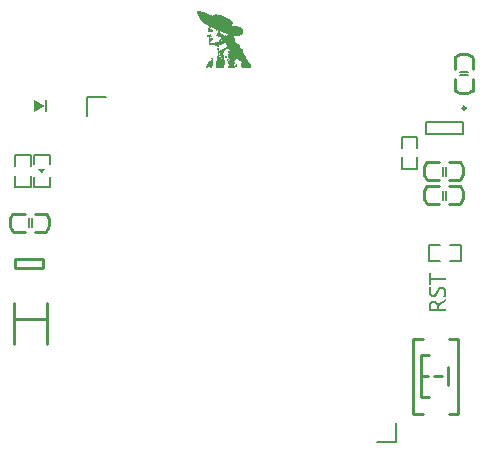
<source format=gto>
G04*
G04 #@! TF.GenerationSoftware,Altium Limited,Altium Designer,21.2.1 (34)*
G04*
G04 Layer_Color=65535*
%FSLAX25Y25*%
%MOIN*%
G70*
G04*
G04 #@! TF.SameCoordinates,1518C732-DF2A-4DFD-9B87-9E54171A1C2B*
G04*
G04*
G04 #@! TF.FilePolarity,Positive*
G04*
G01*
G75*
%ADD10C,0.01000*%
%ADD11C,0.00984*%
%ADD12C,0.00500*%
%ADD13C,0.00787*%
%ADD14C,0.00800*%
%ADD15C,0.00100*%
%ADD16R,0.00787X0.03937*%
G36*
X12074Y92739D02*
X13255Y94708D01*
X10893D01*
X12074Y92739D01*
D02*
G37*
G36*
X9419Y113534D02*
Y117471D01*
X12962Y115502D01*
X9419Y113534D01*
D02*
G37*
G36*
X141722Y58293D02*
X146782D01*
Y57543D01*
X141722D01*
Y55906D01*
X141065D01*
Y59939D01*
X141722D01*
Y58293D01*
D02*
G37*
G36*
X145440Y55360D02*
X145505Y55351D01*
X145579Y55342D01*
X145746Y55305D01*
X145940Y55240D01*
X146032Y55194D01*
X146125Y55138D01*
X146217Y55073D01*
X146310Y55009D01*
X146393Y54916D01*
X146476Y54824D01*
Y54814D01*
X146495Y54796D01*
X146513Y54768D01*
X146541Y54722D01*
X146569Y54667D01*
X146606Y54602D01*
X146634Y54519D01*
X146670Y54426D01*
X146707Y54324D01*
X146745Y54213D01*
X146782Y54093D01*
X146809Y53954D01*
X146837Y53806D01*
X146855Y53649D01*
X146865Y53483D01*
X146874Y53307D01*
Y53242D01*
X146865Y53177D01*
Y53075D01*
X146855Y52965D01*
X146837Y52826D01*
X146809Y52678D01*
X146782Y52511D01*
Y52493D01*
X146763Y52437D01*
X146745Y52354D01*
X146717Y52262D01*
X146689Y52150D01*
X146652Y52039D01*
X146606Y51938D01*
X146550Y51854D01*
X145709D01*
X145718Y51864D01*
X145746Y51901D01*
X145792Y51956D01*
X145838Y52039D01*
X145903Y52141D01*
X145967Y52252D01*
X146032Y52391D01*
X146088Y52548D01*
Y52557D01*
X146097Y52567D01*
X146106Y52622D01*
X146134Y52706D01*
X146162Y52816D01*
X146189Y52946D01*
X146208Y53094D01*
X146227Y53242D01*
X146236Y53390D01*
Y53446D01*
X146227Y53501D01*
Y53575D01*
X146208Y53667D01*
X146189Y53769D01*
X146162Y53880D01*
X146125Y53991D01*
X146079Y54102D01*
X146023Y54213D01*
X145958Y54315D01*
X145875Y54408D01*
X145773Y54482D01*
X145662Y54537D01*
X145524Y54583D01*
X145376Y54593D01*
X145366D01*
X145338D01*
X145292Y54583D01*
X145228Y54574D01*
X145098Y54537D01*
X145024Y54509D01*
X144950Y54463D01*
X144941Y54454D01*
X144913Y54435D01*
X144876Y54408D01*
X144830Y54370D01*
X144783Y54315D01*
X144719Y54260D01*
X144663Y54185D01*
X144608Y54102D01*
X144598Y54093D01*
X144580Y54056D01*
X144543Y54001D01*
X144497Y53917D01*
X144432Y53797D01*
X144358Y53658D01*
X144265Y53473D01*
X144210Y53372D01*
X144155Y53260D01*
X144145Y53251D01*
X144136Y53224D01*
X144108Y53177D01*
X144080Y53122D01*
X144044Y53057D01*
X143997Y52974D01*
X143895Y52798D01*
X143766Y52604D01*
X143637Y52419D01*
X143562Y52336D01*
X143498Y52252D01*
X143424Y52178D01*
X143359Y52123D01*
X143341Y52113D01*
X143294Y52086D01*
X143220Y52039D01*
X143119Y51993D01*
X142989Y51938D01*
X142850Y51901D01*
X142693Y51864D01*
X142517Y51854D01*
X142508D01*
X142490D01*
X142453D01*
X142397Y51864D01*
X142341Y51873D01*
X142268Y51882D01*
X142110Y51929D01*
X141925Y51993D01*
X141833Y52039D01*
X141740Y52095D01*
X141648Y52160D01*
X141555Y52243D01*
X141472Y52326D01*
X141389Y52428D01*
X141379Y52437D01*
X141370Y52456D01*
X141352Y52483D01*
X141324Y52530D01*
X141287Y52585D01*
X141250Y52659D01*
X141213Y52733D01*
X141176Y52826D01*
X141139Y52928D01*
X141102Y53029D01*
X141065Y53149D01*
X141028Y53279D01*
X140982Y53557D01*
X140963Y53714D01*
Y54010D01*
X140972Y54084D01*
Y54158D01*
X140991Y54352D01*
X141019Y54555D01*
X141056Y54759D01*
X141102Y54962D01*
X141139Y55046D01*
X141176Y55129D01*
X141981D01*
Y55120D01*
X141962Y55101D01*
X141944Y55073D01*
X141925Y55036D01*
X141897Y54981D01*
X141870Y54926D01*
X141833Y54852D01*
X141796Y54768D01*
X141768Y54685D01*
X141731Y54583D01*
X141675Y54361D01*
X141639Y54102D01*
X141620Y53816D01*
Y53732D01*
X141629Y53631D01*
X141648Y53510D01*
X141675Y53372D01*
X141712Y53233D01*
X141768Y53085D01*
X141842Y52955D01*
X141851Y52946D01*
X141879Y52909D01*
X141935Y52854D01*
X141999Y52798D01*
X142092Y52733D01*
X142193Y52687D01*
X142314Y52650D01*
X142453Y52631D01*
X142471D01*
X142508D01*
X142573Y52641D01*
X142656Y52659D01*
X142748Y52687D01*
X142841Y52724D01*
X142933Y52780D01*
X143026Y52854D01*
X143035Y52863D01*
X143063Y52900D01*
X143109Y52965D01*
X143174Y53066D01*
X143220Y53131D01*
X143257Y53196D01*
X143313Y53279D01*
X143359Y53372D01*
X143414Y53473D01*
X143479Y53593D01*
X143544Y53714D01*
X143609Y53852D01*
Y53862D01*
X143627Y53890D01*
X143646Y53936D01*
X143683Y53991D01*
X143720Y54056D01*
X143757Y54139D01*
X143859Y54315D01*
X143988Y54509D01*
X144127Y54703D01*
X144275Y54879D01*
X144349Y54962D01*
X144423Y55027D01*
X144441Y55046D01*
X144497Y55083D01*
X144571Y55138D01*
X144682Y55203D01*
X144820Y55259D01*
X144968Y55314D01*
X145135Y55351D01*
X145320Y55370D01*
X145329D01*
X145357D01*
X145394D01*
X145440Y55360D01*
D02*
G37*
G36*
X146782Y50485D02*
X145200Y49533D01*
X145191D01*
X145181Y49523D01*
X145126Y49487D01*
X145043Y49431D01*
X144941Y49357D01*
X144830Y49274D01*
X144719Y49191D01*
X144626Y49098D01*
X144552Y49005D01*
X144543Y48996D01*
X144525Y48968D01*
X144497Y48913D01*
X144460Y48848D01*
X144432Y48765D01*
X144404Y48673D01*
X144386Y48571D01*
X144377Y48450D01*
Y47914D01*
X146782D01*
Y47174D01*
X141065D01*
Y49005D01*
X141074Y49061D01*
Y49126D01*
X141084Y49209D01*
X141111Y49394D01*
X141167Y49607D01*
X141241Y49819D01*
X141333Y50032D01*
X141398Y50134D01*
X141472Y50226D01*
Y50236D01*
X141490Y50245D01*
X141546Y50301D01*
X141639Y50375D01*
X141759Y50467D01*
X141916Y50550D01*
X142110Y50624D01*
X142332Y50680D01*
X142462Y50689D01*
X142591Y50698D01*
X142601D01*
X142647D01*
X142702Y50689D01*
X142786Y50680D01*
X142878Y50661D01*
X142989Y50634D01*
X143109Y50596D01*
X143229Y50541D01*
X143359Y50476D01*
X143489Y50393D01*
X143618Y50291D01*
X143747Y50162D01*
X143859Y50023D01*
X143970Y49847D01*
X144062Y49653D01*
X144136Y49431D01*
X144155D01*
Y49440D01*
X144173Y49468D01*
X144201Y49514D01*
X144228Y49570D01*
X144321Y49709D01*
X144441Y49838D01*
X144450Y49847D01*
X144478Y49866D01*
X144525Y49912D01*
X144589Y49958D01*
X144673Y50023D01*
X144783Y50097D01*
X144913Y50190D01*
X145070Y50282D01*
X146782Y51355D01*
Y50485D01*
D02*
G37*
%LPC*%
G36*
X142656Y49931D02*
X142647D01*
X142638D01*
X142582D01*
X142499Y49912D01*
X142406Y49894D01*
X142295Y49856D01*
X142175Y49810D01*
X142064Y49736D01*
X141962Y49635D01*
X141953Y49625D01*
X141925Y49579D01*
X141879Y49514D01*
X141833Y49422D01*
X141796Y49301D01*
X141750Y49163D01*
X141722Y48996D01*
X141712Y48802D01*
Y47914D01*
X143729D01*
Y48839D01*
X143720Y48876D01*
X143710Y48968D01*
X143692Y49079D01*
X143655Y49209D01*
X143599Y49348D01*
X143535Y49477D01*
X143433Y49607D01*
X143414Y49625D01*
X143377Y49662D01*
X143313Y49709D01*
X143220Y49773D01*
X143109Y49829D01*
X142980Y49884D01*
X142832Y49921D01*
X142656Y49931D01*
D02*
G37*
%LPD*%
D10*
X151622Y82854D02*
G03*
X151674Y88709I-3492J2959D01*
G01*
X140526Y88765D02*
G03*
X140474Y82910I3492J-2959D01*
G01*
X140526Y96765D02*
G03*
X140474Y90909I3492J-2959D01*
G01*
X151622Y90854D02*
G03*
X151674Y96710I-3492J2959D01*
G01*
X155756Y131748D02*
G03*
X149900Y131800I-2959J-3492D01*
G01*
X149844Y120652D02*
G03*
X155700Y120600I2959J3492D01*
G01*
X13622Y73651D02*
G03*
X13674Y79506I-3492J2959D01*
G01*
X2526Y79562D02*
G03*
X2474Y73706I3492J-2959D01*
G01*
X140674Y88810D02*
X144374D01*
X140574Y82810D02*
X144374D01*
X147874D02*
X151574D01*
X147874Y88810D02*
X151574D01*
X147874Y96810D02*
X151574D01*
X147874Y90810D02*
X151574D01*
X140574D02*
X144374D01*
X140674Y96810D02*
X144374D01*
X149800Y120800D02*
Y124500D01*
X155800Y120700D02*
Y124500D01*
Y128000D02*
Y131700D01*
X149800Y128000D02*
Y131700D01*
X2674Y79606D02*
X6374D01*
X2574Y73606D02*
X6374D01*
X9874D02*
X13574D01*
X9874Y79606D02*
X13574D01*
X147896Y37764D02*
X150776D01*
X147896Y12961D02*
X150776D01*
X135815Y37764D02*
X139095D01*
X135815Y12961D02*
X139095D01*
X150776D02*
Y37764D01*
X135815Y12961D02*
Y37764D01*
X138295Y32605D02*
X141195D01*
X138295Y18605D02*
Y32605D01*
Y18605D02*
X141195D01*
X147295Y22605D02*
Y28505D01*
X142695Y25605D02*
X145296D01*
X138295D02*
X140895D01*
X3129Y61413D02*
Y64563D01*
Y61413D02*
X12578D01*
Y64563D01*
X3129D02*
X12578D01*
X2662Y44646D02*
X13686D01*
Y36378D02*
Y49764D01*
X2662Y36378D02*
Y49764D01*
D11*
X153362Y114847D02*
G03*
X153362Y114847I-492J0D01*
G01*
D12*
X146621Y84340D02*
Y87293D01*
X145637Y84340D02*
Y87293D01*
Y92340D02*
Y95293D01*
X146621Y92340D02*
Y95293D01*
X151317Y126747D02*
X154270D01*
X151317Y125763D02*
X154270D01*
X8621Y75137D02*
Y78089D01*
X7637Y75137D02*
Y78089D01*
D13*
X132087Y94657D02*
Y98398D01*
Y101547D02*
Y105287D01*
X137206Y94657D02*
Y98398D01*
Y101547D02*
Y105287D01*
X132087D02*
X137206D01*
X132087Y94657D02*
X137206D01*
X3165Y99269D02*
X8283D01*
X3165Y88639D02*
X8283D01*
X3165D02*
Y92379D01*
Y95529D02*
Y99269D01*
X8283Y88639D02*
Y92379D01*
Y95529D02*
Y99269D01*
X151689Y63987D02*
Y69105D01*
X141059Y63987D02*
Y69105D01*
X144799D01*
X147949D02*
X151689D01*
X141059Y63987D02*
X144799D01*
X147949D02*
X151689D01*
X140272Y106346D02*
X152476D01*
X140272Y110315D02*
X152476D01*
X140272Y106346D02*
Y110315D01*
X152476Y106346D02*
Y110315D01*
X9515Y96086D02*
Y99235D01*
X14633D01*
Y96184D02*
Y99235D01*
Y88605D02*
Y91755D01*
X9515Y88605D02*
X14633D01*
X9515D02*
Y91755D01*
D14*
X123756Y3568D02*
X130055D01*
Y9867D01*
X27063Y118607D02*
X33362D01*
X27063Y112308D02*
Y118607D01*
D15*
X78724Y128547D02*
X81324D01*
X75824D02*
X76224D01*
X74124D02*
X75324D01*
X71224D02*
X72224D01*
X70624D02*
X71024D01*
X70024D02*
X70324D01*
X66824D02*
X67124D01*
X79024Y128647D02*
X81324D01*
X78724D02*
X78924D01*
X75824D02*
X76224D01*
X74124D02*
X75424D01*
X71324D02*
X72324D01*
X70724D02*
X71024D01*
X70024D02*
X70424D01*
X68224D02*
X68324D01*
X66924D02*
X67224D01*
X79024Y128746D02*
X81424D01*
X78724D02*
X78824D01*
X76424D02*
X76524D01*
X75824D02*
X76224D01*
X74224D02*
X75424D01*
X71324D02*
X72324D01*
X70624D02*
X71124D01*
X70024D02*
X70424D01*
X68124D02*
X68324D01*
X66924D02*
X67324D01*
X79124Y128847D02*
X81424D01*
X78724D02*
X78824D01*
X76424D02*
X76624D01*
X75824D02*
X76224D01*
X74224D02*
X75424D01*
X71424D02*
X72424D01*
X70624D02*
X71124D01*
X70024D02*
X70424D01*
X68024D02*
X68324D01*
X66924D02*
X67724D01*
X79324Y128946D02*
X81424D01*
X76424D02*
X76624D01*
X76024D02*
X76224D01*
X74324D02*
X75124D01*
X71424D02*
X72424D01*
X70624D02*
X71124D01*
X70124D02*
X70524D01*
X67024D02*
X67624D01*
X79924Y129046D02*
X81424D01*
X79424D02*
X79624D01*
X78324D02*
X78924D01*
X76624D02*
X76724D01*
X76324D02*
X76524D01*
X74424D02*
X75224D01*
X71424D02*
X72424D01*
X70124D02*
X71224D01*
X67024D02*
X67524D01*
X79824Y129147D02*
X81424D01*
X79424D02*
X79724D01*
X78324D02*
X79324D01*
X76324D02*
X76424D01*
X75524D02*
X75624D01*
X74324D02*
X75424D01*
X71424D02*
X72524D01*
X70824D02*
X71224D01*
X70124D02*
X70724D01*
X68424D02*
X68624D01*
X67124D02*
X67524D01*
X78424Y129246D02*
X81324D01*
X74324D02*
X75724D01*
X71424D02*
X72524D01*
X70824D02*
X71224D01*
X70124D02*
X70724D01*
X68524D02*
X68624D01*
X67124D02*
X67624D01*
X78524Y129347D02*
X81324D01*
X76724D02*
X76824D01*
X74324D02*
X75724D01*
X71524D02*
X72524D01*
X70724D02*
X71224D01*
X70124D02*
X70624D01*
X68524D02*
X68624D01*
X68024D02*
X68124D01*
X67124D02*
X67724D01*
X78524Y129446D02*
X81324D01*
X76624D02*
X76824D01*
X75224D02*
X75724D01*
X74324D02*
X75124D01*
X71524D02*
X72524D01*
X70724D02*
X71224D01*
X70124D02*
X70524D01*
X68124D02*
X68224D01*
X67224D02*
X67824D01*
X78524Y129546D02*
X81224D01*
X75224D02*
X75724D01*
X74324D02*
X75124D01*
X71524D02*
X72624D01*
X70724D02*
X71324D01*
X70124D02*
X70524D01*
X68524D02*
X68724D01*
X68124D02*
X68324D01*
X67224D02*
X67824D01*
X78524Y129647D02*
X81224D01*
X75124D02*
X75724D01*
X74324D02*
X75024D01*
X71524D02*
X72624D01*
X70724D02*
X71324D01*
X70124D02*
X70524D01*
X68524D02*
X68824D01*
X67224D02*
X68324D01*
X80424Y129746D02*
X81124D01*
X78624D02*
X80224D01*
X74324D02*
X75824D01*
X71624D02*
X72624D01*
X70824D02*
X71324D01*
X70124D02*
X70524D01*
X68424D02*
X68724D01*
X67324D02*
X68124D01*
X80424Y129847D02*
X81124D01*
X78624D02*
X80324D01*
X75024D02*
X75824D01*
X74224D02*
X74924D01*
X71624D02*
X72624D01*
X70824D02*
X71324D01*
X70224D02*
X70524D01*
X68424D02*
X68724D01*
X67324D02*
X68124D01*
X78624Y129946D02*
X81024D01*
X75124D02*
X75924D01*
X74224D02*
X74924D01*
X71624D02*
X72724D01*
X70824D02*
X71324D01*
X70224D02*
X70524D01*
X68424D02*
X68724D01*
X67424D02*
X68124D01*
X78524Y130046D02*
X80924D01*
X75224D02*
X76024D01*
X74224D02*
X74924D01*
X71724D02*
X72724D01*
X70724D02*
X71424D01*
X70224D02*
X70524D01*
X68424D02*
X68624D01*
X67524D02*
X68124D01*
X78624Y130147D02*
X80824D01*
X75224D02*
X76124D01*
X74224D02*
X74924D01*
X71724D02*
X72724D01*
X70724D02*
X71424D01*
X70224D02*
X70524D01*
X67524D02*
X68624D01*
X78724Y130246D02*
X80724D01*
X75224D02*
X76124D01*
X74124D02*
X74924D01*
X71824D02*
X72724D01*
X70724D02*
X71424D01*
X70224D02*
X70524D01*
X67624D02*
X68624D01*
X78624Y130347D02*
X80624D01*
X75224D02*
X75724D01*
X74124D02*
X74924D01*
X71824D02*
X72724D01*
X70824D02*
X71524D01*
X70224D02*
X70624D01*
X67824D02*
X68524D01*
X78624Y130447D02*
X80524D01*
X75324D02*
X75724D01*
X74224D02*
X74924D01*
X71824D02*
X72724D01*
X71224D02*
X71524D01*
X70824D02*
X71124D01*
X70224D02*
X70624D01*
X67924D02*
X68624D01*
X78424Y130546D02*
X80524D01*
X75424D02*
X75824D01*
X74224D02*
X75124D01*
X71824D02*
X72724D01*
X71224D02*
X71524D01*
X70824D02*
X71124D01*
X70224D02*
X70624D01*
X68024D02*
X68624D01*
X78324Y130647D02*
X80424D01*
X75424D02*
X75824D01*
X74224D02*
X75224D01*
X71824D02*
X72724D01*
X71224D02*
X71524D01*
X70824D02*
X71124D01*
X70324D02*
X70624D01*
X68324D02*
X68724D01*
X77924Y130746D02*
X80324D01*
X75624D02*
X75824D01*
X74524D02*
X75224D01*
X71824D02*
X72624D01*
X71324D02*
X71524D01*
X70724D02*
X71124D01*
X70324D02*
X70624D01*
X68424D02*
X68724D01*
X77824Y130847D02*
X80224D01*
X76024D02*
X76224D01*
X74624D02*
X75324D01*
X73824D02*
X73924D01*
X71924D02*
X72524D01*
X71424D02*
X71624D01*
X70724D02*
X71124D01*
X70324D02*
X70624D01*
X68524D02*
X68724D01*
X77824Y130947D02*
X80224D01*
X75924D02*
X76224D01*
X74724D02*
X75424D01*
X72024D02*
X72524D01*
X71424D02*
X71624D01*
X70724D02*
X71224D01*
X70324D02*
X70624D01*
X68624D02*
X68724D01*
X77824Y131046D02*
X80124D01*
X76024D02*
X76224D01*
X74724D02*
X75424D01*
X72024D02*
X72524D01*
X71424D02*
X71624D01*
X70724D02*
X71224D01*
X70324D02*
X70624D01*
X68624D02*
X68824D01*
X77724Y131147D02*
X80124D01*
X74724D02*
X75524D01*
X72024D02*
X72524D01*
X71524D02*
X71724D01*
X70924D02*
X71224D01*
X70424D02*
X70724D01*
X68624D02*
X68824D01*
X77624Y131246D02*
X80024D01*
X76024D02*
X76124D01*
X74724D02*
X75624D01*
X72124D02*
X72424D01*
X71524D02*
X71724D01*
X70924D02*
X71224D01*
X70424D02*
X70724D01*
X68624D02*
X68824D01*
X77524Y131346D02*
X80024D01*
X76024D02*
X76524D01*
X74724D02*
X75624D01*
X73924D02*
X74024D01*
X72124D02*
X72424D01*
X71624D02*
X71724D01*
X70924D02*
X71224D01*
X70424D02*
X70724D01*
X68624D02*
X68824D01*
X77524Y131447D02*
X79924D01*
X76324D02*
X76624D01*
X74624D02*
X75724D01*
X72124D02*
X72424D01*
X71024D02*
X71324D01*
X70524D02*
X70724D01*
X68524D02*
X68724D01*
X77224Y131546D02*
X79924D01*
X76324D02*
X76624D01*
X74624D02*
X75824D01*
X72124D02*
X72424D01*
X71024D02*
X71324D01*
X70524D02*
X70724D01*
X68624D02*
X68724D01*
X77224Y131647D02*
X79924D01*
X75224D02*
X76024D01*
X74524D02*
X75124D01*
X72224D02*
X72424D01*
X71024D02*
X71324D01*
X70524D02*
X70724D01*
X77524Y131746D02*
X79824D01*
X77224D02*
X77324D01*
X75324D02*
X76024D01*
X74524D02*
X75024D01*
X74024D02*
X74224D01*
X72224D02*
X72424D01*
X71824D02*
X71924D01*
X71124D02*
X71424D01*
X70524D02*
X70824D01*
X77624Y131846D02*
X79824D01*
X77124D02*
X77324D01*
X76224D02*
X76424D01*
X75424D02*
X76024D01*
X74624D02*
X75124D01*
X74024D02*
X74224D01*
X72224D02*
X72524D01*
X71824D02*
X71924D01*
X71224D02*
X71424D01*
X70524D02*
X70824D01*
X76624Y131947D02*
X79724D01*
X76224D02*
X76524D01*
X75524D02*
X76024D01*
X74624D02*
X75124D01*
X74024D02*
X74224D01*
X72224D02*
X72424D01*
X71824D02*
X71924D01*
X71224D02*
X71424D01*
X70524D02*
X70824D01*
X76124Y132046D02*
X79624D01*
X75624D02*
X76024D01*
X74624D02*
X75124D01*
X74024D02*
X74124D01*
X73224D02*
X73324D01*
X72224D02*
X72424D01*
X71224D02*
X71324D01*
X70524D02*
X70924D01*
X75624Y132147D02*
X79624D01*
X74724D02*
X75124D01*
X74024D02*
X74224D01*
X73224D02*
X73324D01*
X72124D02*
X72424D01*
X70524D02*
X70924D01*
X75724Y132246D02*
X79524D01*
X74724D02*
X75124D01*
X74024D02*
X74324D01*
X71824D02*
X72424D01*
X70524D02*
X70924D01*
X75724Y132346D02*
X79424D01*
X75324D02*
X75524D01*
X74724D02*
X75124D01*
X74124D02*
X74324D01*
X71824D02*
X72324D01*
X70624D02*
X70924D01*
X75724Y132447D02*
X79324D01*
X75424D02*
X75524D01*
X74724D02*
X75124D01*
X74124D02*
X74324D01*
X72424D02*
X72524D01*
X71824D02*
X72224D01*
X71224D02*
X71324D01*
X70624D02*
X70924D01*
X75824Y132546D02*
X79224D01*
X74724D02*
X75124D01*
X74224D02*
X74324D01*
X72424D02*
X72524D01*
X71724D02*
X72224D01*
X70624D02*
X70924D01*
X75724Y132647D02*
X79124D01*
X74824D02*
X75224D01*
X74224D02*
X74324D01*
X71624D02*
X72024D01*
X70624D02*
X70924D01*
X75624Y132747D02*
X79024D01*
X74924D02*
X75224D01*
X74224D02*
X74524D01*
X71524D02*
X71924D01*
X70624D02*
X70924D01*
X76024Y132846D02*
X79024D01*
X75624D02*
X75824D01*
X74924D02*
X75324D01*
X74224D02*
X74524D01*
X71524D02*
X71924D01*
X70624D02*
X70924D01*
X75624Y132947D02*
X79024D01*
X74924D02*
X75424D01*
X74324D02*
X74624D01*
X71424D02*
X71824D01*
X70624D02*
X70924D01*
X75824Y133046D02*
X78924D01*
X74924D02*
X75624D01*
X74324D02*
X74624D01*
X72024D02*
X72124D01*
X71424D02*
X71724D01*
X70724D02*
X70924D01*
X75824Y133147D02*
X78924D01*
X75024D02*
X75724D01*
X74324D02*
X74724D01*
X71924D02*
X72124D01*
X71424D02*
X71824D01*
X70724D02*
X70924D01*
X75124Y133247D02*
X79024D01*
X74324D02*
X74724D01*
X71324D02*
X72124D01*
X70724D02*
X70924D01*
X75224Y133346D02*
X79024D01*
X74324D02*
X74924D01*
X71324D02*
X72124D01*
X70724D02*
X70924D01*
X75324Y133447D02*
X78924D01*
X74424D02*
X75124D01*
X71324D02*
X72124D01*
X70724D02*
X70924D01*
X74724Y133546D02*
X78824D01*
X71324D02*
X72124D01*
X70824D02*
X71024D01*
X74824Y133647D02*
X78824D01*
X74224D02*
X74324D01*
X71424D02*
X72324D01*
X70924D02*
X71024D01*
X74824Y133747D02*
X78824D01*
X74224D02*
X74424D01*
X71424D02*
X72324D01*
X70924D02*
X71124D01*
X74924Y133846D02*
X78824D01*
X71524D02*
X72524D01*
X70924D02*
X71224D01*
X75124Y133947D02*
X78924D01*
X71624D02*
X72524D01*
X71024D02*
X71224D01*
X75124Y134046D02*
X78924D01*
X74724D02*
X74824D01*
X71724D02*
X72424D01*
X71124D02*
X71324D01*
X74624Y134146D02*
X78924D01*
X71824D02*
X72424D01*
X71324D02*
X71524D01*
X70824D02*
X70924D01*
X74624Y134247D02*
X78924D01*
X71924D02*
X72524D01*
X71424D02*
X71524D01*
X78224Y134346D02*
X78924D01*
X74624D02*
X77924D01*
X72124D02*
X72724D01*
X78224Y134447D02*
X78824D01*
X74624D02*
X77624D01*
X72224D02*
X72824D01*
X70524D02*
X70624D01*
X78124Y134546D02*
X78824D01*
X74524D02*
X77524D01*
X72324D02*
X73024D01*
X70424D02*
X70624D01*
X78024Y134646D02*
X78624D01*
X74524D02*
X77624D01*
X72424D02*
X73224D01*
X70424D02*
X70624D01*
X74324Y134747D02*
X78224D01*
X72624D02*
X73424D01*
X70424D02*
X70624D01*
X72924Y134846D02*
X77824D01*
X70424D02*
X70624D01*
X73124Y134947D02*
X77824D01*
X70424D02*
X70624D01*
X73324Y135047D02*
X77724D01*
X73324Y135146D02*
X77724D01*
X73624Y135247D02*
X77724D01*
X73324D02*
X73524D01*
X74024Y135346D02*
X77724D01*
X73524D02*
X73824D01*
X74224Y135447D02*
X77624D01*
X73624D02*
X73924D01*
X70424D02*
X70524D01*
X74324Y135547D02*
X77624D01*
X73724D02*
X74124D01*
X70424D02*
X70624D01*
X76624Y135646D02*
X77624D01*
X74524D02*
X76524D01*
X73824D02*
X74324D01*
X70424D02*
X70524D01*
X76624Y135747D02*
X77624D01*
X74624D02*
X76524D01*
X73924D02*
X74424D01*
X70324D02*
X70524D01*
X76924Y135846D02*
X77624D01*
X73924D02*
X76624D01*
X70324D02*
X70524D01*
X76924Y135947D02*
X77524D01*
X75724D02*
X76524D01*
X74224D02*
X75624D01*
X73924D02*
X74024D01*
X69824D02*
X70624D01*
X76924Y136047D02*
X77424D01*
X74224D02*
X76424D01*
X73924D02*
X74024D01*
X69624D02*
X70824D01*
X76924Y136146D02*
X77324D01*
X73924D02*
X76324D01*
X73324D02*
X73424D01*
X69524D02*
X70924D01*
X76924Y136247D02*
X77224D01*
X73824D02*
X76324D01*
X73324D02*
X73624D01*
X70024D02*
X71524D01*
X69424D02*
X69724D01*
X68824D02*
X69024D01*
X76924Y136346D02*
X77224D01*
X73324D02*
X76224D01*
X70424D02*
X71824D01*
X68524D02*
X69624D01*
X67824D02*
X68324D01*
X76524Y136446D02*
X76724D01*
X73424D02*
X76224D01*
X70624D02*
X72024D01*
X67724D02*
X69624D01*
X76624Y136547D02*
X76724D01*
X73524D02*
X76324D01*
X71624D02*
X72224D01*
X70824D02*
X71324D01*
X70224D02*
X70424D01*
X69024D02*
X69524D01*
X67724D02*
X68724D01*
X73524Y136646D02*
X76424D01*
X71824D02*
X72324D01*
X70724D02*
X71424D01*
X70124D02*
X70624D01*
X69924D02*
X70024D01*
X69124D02*
X69424D01*
X68324D02*
X68624D01*
X67724D02*
X67924D01*
X73524Y136747D02*
X76424D01*
X71824D02*
X72324D01*
X69924D02*
X71424D01*
X67724D02*
X67924D01*
X73324Y136846D02*
X76324D01*
X72724D02*
X72924D01*
X71824D02*
X72424D01*
X70024D02*
X71524D01*
X67724D02*
X67924D01*
X73324Y136946D02*
X76224D01*
X72724D02*
X73024D01*
X71924D02*
X72424D01*
X70524D02*
X71524D01*
X67724D02*
X67824D01*
X73324Y137047D02*
X76224D01*
X72824D02*
X73124D01*
X71924D02*
X72424D01*
X71424D02*
X71524D01*
X70724D02*
X71324D01*
X72824Y137146D02*
X76124D01*
X71924D02*
X72524D01*
X71024D02*
X71424D01*
X71924Y137247D02*
X76124D01*
X71024D02*
X71424D01*
X72024Y137346D02*
X76124D01*
X71124D02*
X71524D01*
X67924D02*
X68124D01*
X72124Y137446D02*
X76124D01*
X71224D02*
X71524D01*
X67824D02*
X68224D01*
X72124Y137547D02*
X76124D01*
X71224D02*
X71524D01*
X67824D02*
X68324D01*
X75324Y137646D02*
X76124D01*
X72124D02*
X75124D01*
X71224D02*
X71524D01*
X67724D02*
X68524D01*
X75324Y137747D02*
X76124D01*
X72124D02*
X75124D01*
X71324D02*
X71524D01*
X67724D02*
X68624D01*
X75224Y137847D02*
X76124D01*
X71824D02*
X74924D01*
X71324D02*
X71524D01*
X68224D02*
X68624D01*
X67824D02*
X68024D01*
X75224Y137946D02*
X76124D01*
X71824D02*
X74824D01*
X71324D02*
X71424D01*
X68224D02*
X68724D01*
X75324Y138047D02*
X76024D01*
X71724D02*
X74924D01*
X68024D02*
X68724D01*
X75324Y138146D02*
X76024D01*
X71624D02*
X75024D01*
X67924D02*
X68624D01*
X75324Y138247D02*
X76024D01*
X73124D02*
X75024D01*
X71624D02*
X72924D01*
X67824D02*
X68324D01*
X75224Y138347D02*
X76024D01*
X74724D02*
X74924D01*
X73124D02*
X74524D01*
X71624D02*
X72924D01*
X67724D02*
X68024D01*
X75224Y138446D02*
X75924D01*
X74724D02*
X74924D01*
X73124D02*
X74524D01*
X71624D02*
X72924D01*
X67724D02*
X67924D01*
X75224Y138547D02*
X75924D01*
X73624D02*
X74524D01*
X73124D02*
X73524D01*
X71624D02*
X72924D01*
X67724D02*
X67924D01*
X75124Y138646D02*
X75824D01*
X73624D02*
X74324D01*
X73124D02*
X73424D01*
X71624D02*
X72824D01*
X67724D02*
X67924D01*
X75124Y138747D02*
X75824D01*
X73624D02*
X74224D01*
X73124D02*
X73424D01*
X71424D02*
X72824D01*
X67724D02*
X68024D01*
X75024Y138847D02*
X75824D01*
X73924D02*
X74124D01*
X73624D02*
X73724D01*
X73124D02*
X73324D01*
X71424D02*
X72824D01*
X70924D02*
X71024D01*
X68324D02*
X68424D01*
X67724D02*
X68024D01*
X74924Y138946D02*
X75724D01*
X73924D02*
X74124D01*
X73124D02*
X73324D01*
X72124D02*
X72824D01*
X71324D02*
X71924D01*
X70624D02*
X71024D01*
X68224D02*
X68324D01*
X67124D02*
X68024D01*
X75024Y139047D02*
X75624D01*
X74424D02*
X74524D01*
X73824D02*
X74024D01*
X73024D02*
X73224D01*
X72224D02*
X72724D01*
X71124D02*
X71924D01*
X70624D02*
X71024D01*
X68224D02*
X68324D01*
X68024D02*
X68124D01*
X67124D02*
X67924D01*
X76424Y139146D02*
X77324D01*
X75124D02*
X75524D01*
X74224D02*
X74624D01*
X73724D02*
X73924D01*
X73024D02*
X73224D01*
X72224D02*
X72424D01*
X70624D02*
X71924D01*
X70224D02*
X70424D01*
X68024D02*
X68224D01*
X67524D02*
X67724D01*
X67024D02*
X67124D01*
X75824Y139246D02*
X77724D01*
X75024D02*
X75524D01*
X74124D02*
X74524D01*
X73024D02*
X73224D01*
X72224D02*
X72424D01*
X70624D02*
X71924D01*
X70224D02*
X70324D01*
X68024D02*
X68224D01*
X74924Y139347D02*
X77924D01*
X74124D02*
X74324D01*
X72224D02*
X72324D01*
X70624D02*
X71924D01*
X70224D02*
X70324D01*
X67924D02*
X68224D01*
X74724Y139446D02*
X78124D01*
X74024D02*
X74224D01*
X70324D02*
X72024D01*
X68024D02*
X68124D01*
X74524Y139547D02*
X78324D01*
X71824D02*
X72024D01*
X70824D02*
X71324D01*
X70324D02*
X70724D01*
X74224Y139646D02*
X78424D01*
X71824D02*
X71924D01*
X70924D02*
X71324D01*
X70424D02*
X70724D01*
X74024Y139746D02*
X78524D01*
X70924D02*
X71324D01*
X70424D02*
X70724D01*
X73824Y139847D02*
X78624D01*
X71324D02*
X71524D01*
X70924D02*
X71124D01*
X70524D02*
X70724D01*
X73624Y139946D02*
X78724D01*
X71324D02*
X71524D01*
X70924D02*
X71124D01*
X70624D02*
X70724D01*
X75724Y140047D02*
X78724D01*
X73424D02*
X75624D01*
X70924D02*
X71124D01*
X70624D02*
X70724D01*
X75624Y140147D02*
X78824D01*
X73124D02*
X75424D01*
X70924D02*
X71124D01*
X75524Y140246D02*
X78824D01*
X72824D02*
X75324D01*
X70824D02*
X71124D01*
X75424Y140347D02*
X78924D01*
X72424D02*
X75224D01*
X70724D02*
X71124D01*
X72324Y140446D02*
X78924D01*
X70624D02*
X71024D01*
X68324D02*
X68724D01*
X67524D02*
X67624D01*
X75124Y140547D02*
X78924D01*
X72224D02*
X75024D01*
X70624D02*
X70924D01*
X67924D02*
X68724D01*
X67524D02*
X67624D01*
X71924Y140647D02*
X78924D01*
X67924D02*
X68624D01*
X67524D02*
X67624D01*
X71524Y140746D02*
X78924D01*
X67524D02*
X68624D01*
X71424Y140847D02*
X78924D01*
X67524D02*
X68624D01*
X71124Y140946D02*
X78824D01*
X67524D02*
X68624D01*
X70924Y141047D02*
X78824D01*
X70024D02*
X70224D01*
X67524D02*
X68524D01*
X70624Y141147D02*
X78724D01*
X70024D02*
X70124D01*
X67424D02*
X68524D01*
X70424Y141246D02*
X78724D01*
X67424D02*
X68424D01*
X70324Y141347D02*
X78624D01*
X67524D02*
X68224D01*
X70124Y141446D02*
X78524D01*
X67524D02*
X67724D01*
X69724Y141546D02*
X78424D01*
X67524D02*
X67724D01*
X74124Y141647D02*
X78224D01*
X69524D02*
X73924D01*
X67624D02*
X67724D01*
X74024Y141746D02*
X78124D01*
X69324D02*
X73924D01*
X67624D02*
X67824D01*
X73924Y141847D02*
X77824D01*
X69024D02*
X73724D01*
X67624D02*
X68024D01*
X73924Y141946D02*
X77624D01*
X68924D02*
X73724D01*
X67624D02*
X68024D01*
X73724Y142046D02*
X77424D01*
X68724D02*
X73624D01*
X67724D02*
X68024D01*
X73724Y142147D02*
X77224D01*
X68524D02*
X73524D01*
X67724D02*
X67924D01*
X75524Y142246D02*
X76824D01*
X73624D02*
X75124D01*
X68324D02*
X73424D01*
X67824D02*
X68024D01*
X73524Y142347D02*
X75124D01*
X67824D02*
X73324D01*
X73424Y142446D02*
X75124D01*
X67724D02*
X73224D01*
X67624Y142546D02*
X75224D01*
X67424Y142647D02*
X75224D01*
X67224Y142746D02*
X75224D01*
X73024Y142847D02*
X75224D01*
X67024D02*
X72924D01*
X66824Y142947D02*
X75224D01*
X72624Y143046D02*
X75224D01*
X66624D02*
X72524D01*
X66424Y143147D02*
X75224D01*
X66324Y143246D02*
X75324D01*
X66124Y143347D02*
X75324D01*
X66024Y143447D02*
X75324D01*
X65924Y143546D02*
X75324D01*
X65824Y143647D02*
X75224D01*
X65724Y143746D02*
X75124D01*
X65624Y143846D02*
X75124D01*
X71624Y143947D02*
X75024D01*
X65524D02*
X71524D01*
X65424Y144046D02*
X74924D01*
X65324Y144147D02*
X74824D01*
X65224Y144246D02*
X74624D01*
X65224Y144346D02*
X74524D01*
X65124Y144447D02*
X74424D01*
X65024Y144546D02*
X74224D01*
X64924Y144647D02*
X74124D01*
X64924Y144746D02*
X73924D01*
X64824Y144846D02*
X73824D01*
X64724Y144947D02*
X73624D01*
X64724Y145046D02*
X73424D01*
X64624Y145147D02*
X73224D01*
X64524Y145247D02*
X73024D01*
X64424Y145346D02*
X72724D01*
X64424Y145447D02*
X72424D01*
X69124Y145546D02*
X72224D01*
X64324D02*
X68824D01*
X69224Y145647D02*
X72024D01*
X64324D02*
X68724D01*
X69224Y145747D02*
X71824D01*
X64324D02*
X68424D01*
X69224Y145846D02*
X71524D01*
X67124D02*
X68224D01*
X64224D02*
X67024D01*
X69224Y145947D02*
X71224D01*
X67224D02*
X68024D01*
X64224D02*
X67024D01*
X69324Y146046D02*
X70824D01*
X66724D02*
X67724D01*
X64224D02*
X66424D01*
X70024Y146147D02*
X70224D01*
X69724D02*
X69924D01*
X66524D02*
X67524D01*
X64124D02*
X66024D01*
X66124Y146247D02*
X67324D01*
X64124D02*
X65824D01*
Y146346D02*
X67124D01*
X64024D02*
X65424D01*
X65524Y146447D02*
X66924D01*
X64024D02*
X65224D01*
X65324Y146546D02*
X66624D01*
X64024D02*
X64924D01*
Y146646D02*
X66324D01*
X63924D02*
X64724D01*
X64624Y146747D02*
X66024D01*
X63924D02*
X64524D01*
X63924Y146846D02*
X65624D01*
X63924Y146947D02*
X65324D01*
X63924Y147046D02*
X65024D01*
X63924Y147146D02*
X64724D01*
X63924Y147247D02*
X64424D01*
X64024Y147346D02*
X64124D01*
D16*
X13356Y115502D02*
D03*
M02*

</source>
